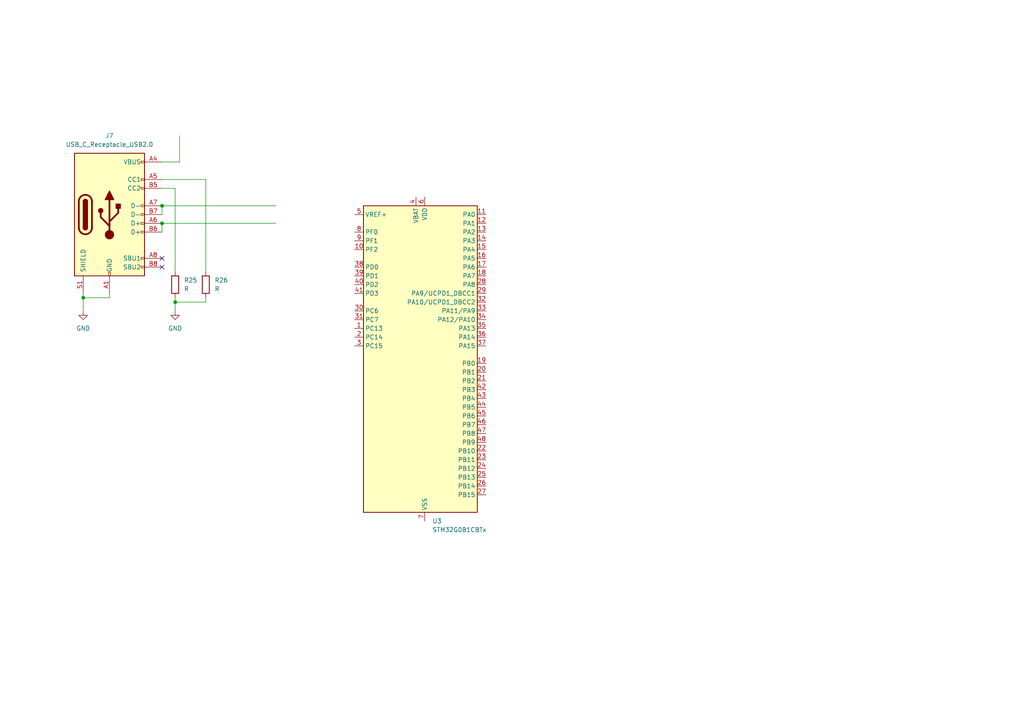
<source format=kicad_sch>
(kicad_sch (version 20250114) (generator "eeschema") (generator_version "9.0")
  (paper "A4")
  (lib_symbols
    (symbol "Connector:USB_C_Receptacle_USB2.0" (pin_names (offset 1.016))
      (property "Reference" "J" (at -10.16 19.05 0))
      (property "Value" "USB_C_Receptacle_USB2.0" (at 19.05 19.05 0))
      (symbol "USB_C_Receptacle_USB2.0_0_0"
        (rectangle (start -0.254 -17.78) (end 0.254 -16.764))
        (rectangle (start 10.16 15.494) (end 9.144 14.986))
        (rectangle (start 10.16 10.414) (end 9.144 9.906))
        (rectangle (start 10.16 7.874) (end 9.144 7.366))
        (rectangle (start 10.16 2.794) (end 9.144 2.286))
        (rectangle (start 10.16 0.254) (end 9.144 -0.254))
        (rectangle (start 10.16 -2.286) (end 9.144 -2.794))
        (rectangle (start 10.16 -4.826) (end 9.144 -5.334))
        (rectangle (start 10.16 -12.446) (end 9.144 -12.954))
        (rectangle (start 10.16 -14.986) (end 9.144 -15.494))
      )
      (symbol "USB_C_Receptacle_USB2.0_0_1"
        (rectangle (start -10.16 17.78) (end 10.16 -17.78) (stroke (width 0.254)) (fill (type background)))
        (polyline (pts (xy -8.89 -3.81) (xy -8.89 3.81)) (stroke (width 0.508)))
        (rectangle (start -7.62 -3.81) (end -6.35 3.81) (stroke (width 0.254)) (fill (type outline)))
        (arc (start -7.62 3.81) (mid -6.985 4.4423) (end -6.35 3.81) (stroke (width 0.254)))
        (arc (start -7.62 3.81) (mid -6.985 4.4423) (end -6.35 3.81) (stroke (width 0.254)) (fill (type outline)))
        (arc (start -8.89 3.81) (mid -6.985 5.7067) (end -5.08 3.81) (stroke (width 0.508)))
        (arc (start -5.08 -3.81) (mid -6.985 -5.7067) (end -8.89 -3.81) (stroke (width 0.508)))
        (arc (start -6.35 -3.81) (mid -6.985 -4.4423) (end -7.62 -3.81) (stroke (width 0.254)))
        (arc (start -6.35 -3.81) (mid -6.985 -4.4423) (end -7.62 -3.81) (stroke (width 0.254)) (fill (type outline)))
        (polyline (pts (xy -5.08 3.81) (xy -5.08 -3.81)) (stroke (width 0.508)))
        (circle (center -2.54 1.143) (radius 0.635) (stroke (width 0.254)) (fill (type outline)))
        (polyline (pts (xy -1.27 4.318) (xy 0 6.858) (xy 1.27 4.318) (xy -1.27 4.318)) (stroke (width 0.254)) (fill (type outline)))
        (polyline (pts (xy 0 -2.032) (xy 2.54 0.508) (xy 2.54 1.778)) (stroke (width 0.508)))
        (polyline (pts (xy 0 -3.302) (xy -2.54 -0.762) (xy -2.54 0.508)) (stroke (width 0.508)))
        (polyline (pts (xy 0 -5.842) (xy 0 4.318)) (stroke (width 0.508)))
        (circle (center 0 -5.842) (radius 1.27) (fill (type outline)))
        (rectangle (start 1.905 1.778) (end 3.175 3.048) (stroke (width 0.254)) (fill (type outline)))
      )
      (symbol "USB_C_Receptacle_USB2.0_1_1"
        (pin passive line (at -7.62 -22.86 90) (length 5.08) (name "SHIELD") (number "S1"))
        (pin passive line (at 0 -22.86 90) (length 5.08) (name "GND") (number "A1"))
        (pin passive line (at 0 -22.86 90) (length 5.08) (hide yes) (name "GND") (number "A12"))
        (pin passive line (at 0 -22.86 90) (length 5.08) (hide yes) (name "GND") (number "B1"))
        (pin passive line (at 0 -22.86 90) (length 5.08) (hide yes) (name "GND") (number "B12"))
        (pin passive line (at 15.24 15.24 180) (length 5.08) (name "VBUS") (number "A4"))
        (pin passive line (at 15.24 15.24 180) (length 5.08) (hide yes) (name "VBUS") (number "A9"))
        (pin passive line (at 15.24 15.24 180) (length 5.08) (hide yes) (name "VBUS") (number "B4"))
        (pin passive line (at 15.24 15.24 180) (length 5.08) (hide yes) (name "VBUS") (number "B9"))
        (pin bidirectional line (at 15.24 10.16 180) (length 5.08) (name "CC1") (number "A5"))
        (pin bidirectional line (at 15.24 7.62 180) (length 5.08) (name "CC2") (number "B5"))
        (pin bidirectional line (at 15.24 2.54 180) (length 5.08) (name "D-") (number "A7"))
        (pin bidirectional line (at 15.24 0 180) (length 5.08) (name "D-") (number "B7"))
        (pin bidirectional line (at 15.24 -2.54 180) (length 5.08) (name "D+") (number "A6"))
        (pin bidirectional line (at 15.24 -5.08 180) (length 5.08) (name "D+") (number "B6"))
        (pin bidirectional line (at 15.24 -12.7 180) (length 5.08) (name "SBU1") (number "A8"))
        (pin bidirectional line (at 15.24 -15.24 180) (length 5.08) (name "SBU2") (number "B8"))
      )
    )
    (symbol "Device:R" (pin_numbers (hide yes)) (pin_names (offset 0))
      (property "Reference" "R" (at 2.032 0 90))
      (property "Value" "R" (at 0 0 90))
      (symbol "R_0_1"
        (rectangle (start -1.016 -2.54) (end 1.016 2.54) (stroke (width 0.254)))
      )
      (symbol "R_1_1"
        (pin passive line (at 0 3.81 270) (length 1.27) (name "~") (number "1"))
        (pin passive line (at 0 -3.81 90) (length 1.27) (name "~") (number "2"))
      )
    )
    (symbol "MCU_ST_STM32G0:STM32G0B1CBTx"
      (property "Reference" "U" (at -15.24 46.99 0))
      (property "Value" "STM32G0B1CBTx" (at 5.08 46.99 0))
      (symbol "STM32G0B1CBTx_0_1"
        (rectangle (start -15.24 -43.18) (end 17.78 45.72) (stroke (width 0.254)) (fill (type background)))
      )
      (symbol "STM32G0B1CBTx_1_1"
        (pin input line (at -17.78 43.18 0) (length 2.54) (name "VREF+") (number "5"))
        (pin bidirectional line (at -17.78 38.1 0) (length 2.54) (name "PF0") (number "8"))
        (pin bidirectional line (at -17.78 35.56 0) (length 2.54) (name "PF1") (number "9"))
        (pin bidirectional line (at -17.78 33.02 0) (length 2.54) (name "PF2") (number "10"))
        (pin bidirectional line (at -17.78 27.94 0) (length 2.54) (name "PD0") (number "38"))
        (pin bidirectional line (at -17.78 25.4 0) (length 2.54) (name "PD1") (number "39"))
        (pin bidirectional line (at -17.78 22.86 0) (length 2.54) (name "PD2") (number "40"))
        (pin bidirectional line (at -17.78 20.32 0) (length 2.54) (name "PD3") (number "41"))
        (pin bidirectional line (at -17.78 15.24 0) (length 2.54) (name "PC6") (number "30"))
        (pin bidirectional line (at -17.78 12.7 0) (length 2.54) (name "PC7") (number "31"))
        (pin bidirectional line (at -17.78 10.16 0) (length 2.54) (name "PC13") (number "1"))
        (pin bidirectional line (at -17.78 7.62 0) (length 2.54) (name "PC14") (number "2"))
        (pin bidirectional line (at -17.78 5.08 0) (length 2.54) (name "PC15") (number "3"))
        (pin power_in line (at 0 48.26 270) (length 2.54) (name "VBAT") (number "4"))
        (pin power_in line (at 2.54 48.26 270) (length 2.54) (name "VDD") (number "6"))
        (pin power_in line (at 2.54 -45.72 90) (length 2.54) (name "VSS") (number "7"))
        (pin bidirectional line (at 20.32 43.18 180) (length 2.54) (name "PA0") (number "11"))
        (pin bidirectional line (at 20.32 40.64 180) (length 2.54) (name "PA1") (number "12"))
        (pin bidirectional line (at 20.32 38.1 180) (length 2.54) (name "PA2") (number "13"))
        (pin bidirectional line (at 20.32 35.56 180) (length 2.54) (name "PA3") (number "14"))
        (pin bidirectional line (at 20.32 33.02 180) (length 2.54) (name "PA4") (number "15"))
        (pin bidirectional line (at 20.32 30.48 180) (length 2.54) (name "PA5") (number "16"))
        (pin bidirectional line (at 20.32 27.94 180) (length 2.54) (name "PA6") (number "17"))
        (pin bidirectional line (at 20.32 25.4 180) (length 2.54) (name "PA7") (number "18"))
        (pin bidirectional line (at 20.32 22.86 180) (length 2.54) (name "PA8") (number "28"))
        (pin bidirectional line (at 20.32 20.32 180) (length 2.54) (name "PA9/UCPD1_DBCC1") (number "29"))
        (pin bidirectional line (at 20.32 17.78 180) (length 2.54) (name "PA10/UCPD1_DBCC2") (number "32"))
        (pin bidirectional line (at 20.32 15.24 180) (length 2.54) (name "PA11/PA9") (number "33"))
        (pin bidirectional line (at 20.32 12.7 180) (length 2.54) (name "PA12/PA10") (number "34"))
        (pin bidirectional line (at 20.32 10.16 180) (length 2.54) (name "PA13") (number "35"))
        (pin bidirectional line (at 20.32 7.62 180) (length 2.54) (name "PA14") (number "36"))
        (pin bidirectional line (at 20.32 5.08 180) (length 2.54) (name "PA15") (number "37"))
        (pin bidirectional line (at 20.32 0 180) (length 2.54) (name "PB0") (number "19"))
        (pin bidirectional line (at 20.32 -2.54 180) (length 2.54) (name "PB1") (number "20"))
        (pin bidirectional line (at 20.32 -5.08 180) (length 2.54) (name "PB2") (number "21"))
        (pin bidirectional line (at 20.32 -7.62 180) (length 2.54) (name "PB3") (number "42"))
        (pin bidirectional line (at 20.32 -10.16 180) (length 2.54) (name "PB4") (number "43"))
        (pin bidirectional line (at 20.32 -12.7 180) (length 2.54) (name "PB5") (number "44"))
        (pin bidirectional line (at 20.32 -15.24 180) (length 2.54) (name "PB6") (number "45"))
        (pin bidirectional line (at 20.32 -17.78 180) (length 2.54) (name "PB7") (number "46"))
        (pin bidirectional line (at 20.32 -20.32 180) (length 2.54) (name "PB8") (number "47"))
        (pin bidirectional line (at 20.32 -22.86 180) (length 2.54) (name "PB9") (number "48"))
        (pin bidirectional line (at 20.32 -25.4 180) (length 2.54) (name "PB10") (number "22"))
        (pin bidirectional line (at 20.32 -27.94 180) (length 2.54) (name "PB11") (number "23"))
        (pin bidirectional line (at 20.32 -30.48 180) (length 2.54) (name "PB12") (number "24"))
        (pin bidirectional line (at 20.32 -33.02 180) (length 2.54) (name "PB13") (number "25"))
        (pin bidirectional line (at 20.32 -35.56 180) (length 2.54) (name "PB14") (number "26"))
        (pin bidirectional line (at 20.32 -38.1 180) (length 2.54) (name "PB15") (number "27"))
      )
    )
    (symbol "power:GND" (power) (pin_names (offset 0))
      (property "Value" "GND" (at 0 -3.81 0))
      (symbol "GND_0_1"
        (polyline (pts (xy 0 0) (xy 0 -1.27) (xy 1.27 -1.27) (xy 0 -2.54) (xy -1.27 -1.27) (xy 0 -1.27)))
      )
      (symbol "GND_1_1"
        (pin power_in line (at 0 0 270) (length 0) (hide yes) (name "GND") (number "1"))
      )
    )
  )
  (junction (at 24.13 86.36))
  (junction (at 46.99 64.77))
  (junction (at 50.8 87.63))
  (junction (at 46.99 59.69))
  (no_connect (at 46.99 74.93))
  (no_connect (at 46.99 77.47))
  (wire (pts (xy 24.13 86.36) (xy 24.13 90.17)))
  (wire (pts (xy 46.99 59.69) (xy 80.01 59.69)))
  (wire (pts (xy 46.99 59.69) (xy 46.99 62.23)))
  (wire (pts (xy 46.99 64.77) (xy 80.01 64.77)))
  (wire (pts (xy 50.8 78.74) (xy 50.8 54.61)))
  (wire (pts (xy 46.99 64.77) (xy 46.99 67.31)))
  (wire (pts (xy 46.99 52.07) (xy 59.69 52.07)))
  (wire (pts (xy 31.75 86.36) (xy 24.13 86.36)))
  (wire (pts (xy 52.07 39.37) (xy 52.07 46.99)))
  (wire (pts (xy 24.13 85.09) (xy 24.13 86.36)))
  (wire (pts (xy 50.8 54.61) (xy 46.99 54.61)))
  (wire (pts (xy 59.69 86.36) (xy 59.69 87.63)))
  (wire (pts (xy 50.8 87.63) (xy 50.8 90.17)))
  (wire (pts (xy 50.8 86.36) (xy 50.8 87.63)))
  (wire (pts (xy 59.69 87.63) (xy 50.8 87.63)))
  (wire (pts (xy 46.99 46.99) (xy 52.07 46.99)))
  (wire (pts (xy 59.69 52.07) (xy 59.69 78.74)))
  (wire (pts (xy 31.75 85.09) (xy 31.75 86.36)))
  (symbol (lib_id "power:GND") (at 50.8 90.17 0) (unit 1)
    (property "Reference" "#PWR044" (effects (hide yes)))
    (property "Value" "GND" (at 50.8 95.25 0))
  )
  (symbol (lib_id "Device:R") (at 59.69 82.55 0) (unit 1)
    (property "Reference" "R26" (at 62.23 81.28 0) (effects (justify left)))
    (property "Value" "R" (at 62.23 83.82 0) (effects (justify left)))
  )
  (symbol (lib_id "Device:R") (at 50.8 82.55 0) (unit 1)
    (property "Reference" "R25" (at 53.34 81.28 0) (effects (justify left)))
    (property "Value" "R" (at 53.34 83.82 0) (effects (justify left)))
  )
  (symbol (lib_id "MCU_ST_STM32G0:STM32G0B1CBTx") (at 120.65 105.41 0) (unit 1)
    (property "Reference" "U3" (at 125.3841 151.13 0) (effects (justify left)))
    (property "Value" "STM32G0B1CBTx" (at 125.3841 153.67 0) (effects (justify left)))
    (property "Footprint" "Package_QFP:LQFP-48_7x7mm_P0.5mm" (effects (hide yes)))
    (property "Datasheet" "https://www.st.com/resource/en/datasheet/stm32g0b1cb.pdf" (effects (hide yes)))
  )
  (symbol (lib_id "Connector:USB_C_Receptacle_USB2.0") (at 31.75 62.23 0) (unit 1)
    (property "Reference" "J7" (at 31.75 39.37 0))
    (property "Value" "USB_C_Receptacle_USB2.0" (at 31.75 41.91 0))
    (property "Datasheet" "https://www.usb.org/sites/default/files/documents/usb_type-c.zip" (effects (hide yes)))
  )
  (symbol (lib_id "power:GND") (at 24.13 90.17 0) (unit 1)
    (property "Reference" "#PWR043" (effects (hide yes)))
    (property "Value" "GND" (at 24.13 95.25 0))
  )
)
</source>
